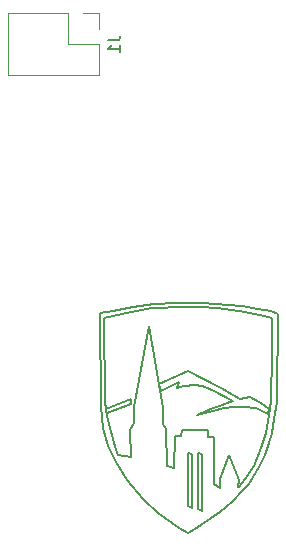
<source format=gbr>
%TF.GenerationSoftware,KiCad,Pcbnew,(7.0.0)*%
%TF.CreationDate,2023-04-20T13:01:05-06:00*%
%TF.ProjectId,Phase_B_ATMEGA_v3,50686173-655f-4425-9f41-544d4547415f,rev?*%
%TF.SameCoordinates,Original*%
%TF.FileFunction,Legend,Bot*%
%TF.FilePolarity,Positive*%
%FSLAX46Y46*%
G04 Gerber Fmt 4.6, Leading zero omitted, Abs format (unit mm)*
G04 Created by KiCad (PCBNEW (7.0.0)) date 2023-04-20 13:01:05*
%MOMM*%
%LPD*%
G01*
G04 APERTURE LIST*
%ADD10C,0.150000*%
%ADD11C,0.120000*%
G04 APERTURE END LIST*
D10*
X175176819Y-136268804D02*
X174825742Y-136209390D01*
X175149813Y-141119070D02*
X175176819Y-136268804D01*
X174798736Y-141005645D02*
X175149813Y-141119070D01*
X174825742Y-136209390D02*
X174798736Y-141005645D01*
X174328833Y-136285007D02*
X173993959Y-136203989D01*
X174280222Y-140876017D02*
X174328833Y-136285007D01*
X173966953Y-140735586D02*
X174280222Y-140876017D01*
X173993959Y-136203989D02*
X173966953Y-140735586D01*
X171553901Y-130421722D02*
X171682663Y-130959174D01*
X173975257Y-129291281D02*
X171553901Y-130421722D01*
X176728257Y-130724837D02*
X173975257Y-129291281D01*
X178354381Y-131641315D02*
X176728257Y-130724837D01*
X179220934Y-131448748D02*
X178354381Y-131641315D01*
X180112449Y-132015752D02*
X179220934Y-131448748D01*
X180836360Y-132493604D02*
X180112449Y-132015752D01*
X180772171Y-132893003D02*
X180836360Y-132493604D01*
X179762975Y-132436547D02*
X180772171Y-132893003D01*
X178671760Y-132301037D02*
X179762975Y-132436547D01*
X177840868Y-132311735D02*
X178671760Y-132301037D01*
X177038504Y-132418717D02*
X177840868Y-132311735D01*
X176100630Y-132639813D02*
X177038504Y-132418717D01*
X174756225Y-132967890D02*
X176100630Y-132639813D01*
X176100630Y-132393754D02*
X174756225Y-132967890D01*
X176674766Y-132211885D02*
X176100630Y-132393754D01*
X177273864Y-132012186D02*
X176674766Y-132211885D01*
X177787377Y-131801788D02*
X177273864Y-132012186D01*
X176196914Y-130963764D02*
X177787377Y-131801788D01*
X175441861Y-130610335D02*
X176196914Y-130963764D01*
X175132037Y-130516240D02*
X175441861Y-130610335D01*
X174583534Y-130468046D02*
X175132037Y-130516240D01*
X173647177Y-130569025D02*
X174583534Y-130468046D01*
X172999989Y-130754920D02*
X173647177Y-130569025D01*
X173234078Y-130236251D02*
X172999989Y-130754920D01*
X171682663Y-130959174D02*
X173234078Y-130236251D01*
X169123655Y-132059423D02*
X167086169Y-132867303D01*
X169128736Y-131622456D02*
X169123655Y-132059423D01*
X167028560Y-132531364D02*
X169128736Y-131622456D01*
X181610000Y-124460000D02*
X181535554Y-131613074D01*
X181535554Y-131613074D02*
X181509380Y-131895503D01*
X181509380Y-131895503D02*
X181277179Y-133381592D01*
X181277179Y-133381592D02*
X181063465Y-134572865D01*
X181063465Y-134572865D02*
X180857790Y-135358169D01*
X180857790Y-135358169D02*
X180521232Y-136367845D01*
X180521232Y-136367845D02*
X179978998Y-137421148D01*
X179978998Y-137421148D02*
X179486625Y-138268778D01*
X179486625Y-138268778D02*
X179110749Y-138815726D01*
X179110749Y-138815726D02*
X178549344Y-139466282D01*
X178549344Y-139466282D02*
X177748914Y-140252461D01*
X177748914Y-140252461D02*
X176659483Y-141207874D01*
X176659483Y-141207874D02*
X175933197Y-141765558D01*
X175933197Y-141765558D02*
X175081539Y-142362151D01*
X175081539Y-142362151D02*
X174532500Y-142695033D01*
X174532500Y-142695033D02*
X173991041Y-143003943D01*
X173991041Y-143003943D02*
X173248270Y-142556197D01*
X173248270Y-142556197D02*
X171457289Y-141289322D01*
X171457289Y-141289322D02*
X170152233Y-140126573D01*
X170152233Y-140126573D02*
X168833999Y-138549430D01*
X168833999Y-138549430D02*
X167890542Y-136995777D01*
X167890542Y-136995777D02*
X167227140Y-135633747D01*
X167227140Y-135633747D02*
X166798570Y-134124947D01*
X166798570Y-134124947D02*
X166563737Y-132363702D01*
X166563737Y-132363702D02*
X166505571Y-124396775D01*
X166505571Y-124396775D02*
X167578261Y-124162125D01*
X167578261Y-124162125D02*
X169279480Y-123860431D01*
X169279480Y-123860431D02*
X171087194Y-123586228D01*
X171087194Y-123586228D02*
X172862142Y-123501907D01*
X172862142Y-123501907D02*
X175117719Y-123501907D01*
X175117719Y-123501907D02*
X177470263Y-123670549D01*
X177470263Y-123670549D02*
X178574656Y-123781683D01*
X178574656Y-123781683D02*
X179887425Y-124021316D01*
X179887425Y-124021316D02*
X181019602Y-124240111D01*
X181019602Y-124240111D02*
X181610000Y-124460000D01*
X168079122Y-136360397D02*
X167902421Y-135990071D01*
X167902421Y-135990071D02*
X167325095Y-134147876D01*
X167325095Y-134147876D02*
X167073171Y-133124435D01*
X167073171Y-133124435D02*
X166983948Y-131938292D01*
X166983948Y-131938292D02*
X166889877Y-124754769D01*
X166889877Y-124754769D02*
X169114520Y-124266836D01*
X169114520Y-124266836D02*
X170909120Y-123985655D01*
X170909120Y-123985655D02*
X173547265Y-123861604D01*
X173547265Y-123861604D02*
X175110304Y-123894684D01*
X175110304Y-123894684D02*
X176450051Y-123952575D01*
X176450051Y-123952575D02*
X178316108Y-124162186D01*
X178316108Y-124162186D02*
X180054353Y-124545623D01*
X180054353Y-124545623D02*
X181073446Y-124778711D01*
X181073446Y-124778711D02*
X181042945Y-127716970D01*
X181042945Y-127716970D02*
X181021453Y-131824659D01*
X181021453Y-131824659D02*
X180856766Y-132984624D01*
X180856766Y-132984624D02*
X180591881Y-134518649D01*
X180591881Y-134518649D02*
X180187823Y-135804290D01*
X180187823Y-135804290D02*
X179518655Y-137304691D01*
X179518655Y-137304691D02*
X178824442Y-138396374D01*
X178824442Y-138396374D02*
X178316836Y-139127789D01*
X169093633Y-134270504D02*
X169377002Y-133722891D01*
X169377002Y-133722891D02*
X169362231Y-132364771D01*
X169362231Y-132364771D02*
X170644413Y-125479356D01*
X170644413Y-125479356D02*
X171850250Y-132435143D01*
X171850250Y-132435143D02*
X171827379Y-133795992D01*
X171827379Y-133795992D02*
X172137167Y-134169052D01*
X168079122Y-136360397D02*
X169103779Y-136532864D01*
X169103779Y-136532864D02*
X169093633Y-134270504D01*
X172137167Y-134169052D02*
X172218328Y-137314037D01*
X172218328Y-137314037D02*
X172827035Y-137496649D01*
X172827035Y-137496649D02*
X172867615Y-134777759D01*
X172867615Y-134777759D02*
X173415451Y-134777759D01*
X173415451Y-134777759D02*
X173425596Y-134250213D01*
X173425596Y-134250213D02*
X175687956Y-134260358D01*
X175687956Y-134260358D02*
X175687956Y-134848775D01*
X175687956Y-134848775D02*
X176154631Y-134848775D01*
X176154631Y-134848775D02*
X176154631Y-138876384D01*
X176154631Y-138876384D02*
X176712613Y-139190883D01*
X176712613Y-139190883D02*
X176712613Y-138440145D01*
X176712613Y-138440145D02*
X177453206Y-136380687D01*
X178234379Y-139130012D02*
X178274960Y-138551741D01*
X178274960Y-138551741D02*
X177453206Y-136380687D01*
%TO.C,J1*%
X167237380Y-101266666D02*
X167951666Y-101266666D01*
X167951666Y-101266666D02*
X168094523Y-101219047D01*
X168094523Y-101219047D02*
X168189761Y-101123809D01*
X168189761Y-101123809D02*
X168237380Y-100980952D01*
X168237380Y-100980952D02*
X168237380Y-100885714D01*
X168237380Y-102266666D02*
X168237380Y-101695238D01*
X168237380Y-101980952D02*
X167237380Y-101980952D01*
X167237380Y-101980952D02*
X167380238Y-101885714D01*
X167380238Y-101885714D02*
X167475476Y-101790476D01*
X167475476Y-101790476D02*
X167523095Y-101695238D01*
D11*
X158690000Y-104200000D02*
X158690000Y-99000000D01*
X166430000Y-104200000D02*
X158690000Y-104200000D01*
X166430000Y-104200000D02*
X166430000Y-101600000D01*
X163830000Y-101600000D02*
X163830000Y-99000000D01*
X166430000Y-101600000D02*
X163830000Y-101600000D01*
X166430000Y-100330000D02*
X166430000Y-99000000D01*
X163830000Y-99000000D02*
X158690000Y-99000000D01*
X166430000Y-99000000D02*
X165100000Y-99000000D01*
%TD*%
M02*

</source>
